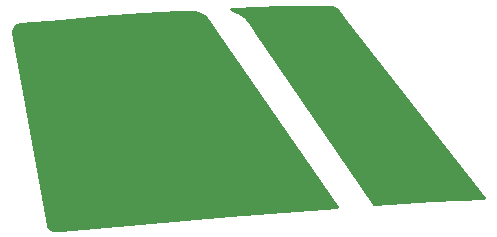
<source format=gbo>
%TF.GenerationSoftware,KiCad,Pcbnew,(5.99.0-8452-g479487ceb1)*%
%TF.CreationDate,2021-02-17T16:52:36+01:00*%
%TF.ProjectId,Hausaufgabe,48617573-6175-4666-9761-62652e6b6963,rev?*%
%TF.SameCoordinates,Original*%
%TF.FileFunction,Legend,Bot*%
%TF.FilePolarity,Positive*%
%FSLAX46Y46*%
G04 Gerber Fmt 4.6, Leading zero omitted, Abs format (unit mm)*
G04 Created by KiCad (PCBNEW (5.99.0-8452-g479487ceb1)) date 2021-02-17 16:52:36*
%MOMM*%
%LPD*%
G01*
G04 APERTURE LIST*
%ADD10C,0.226218*%
G04 APERTURE END LIST*
D10*
X139830000Y-91790000D02*
X129510000Y-76850000D01*
X129510000Y-76850000D02*
X129380000Y-76639413D01*
X129380000Y-76639413D02*
X129223426Y-76409560D01*
X129223426Y-76409560D02*
X129088577Y-76203570D01*
X129088577Y-76203570D02*
X129020631Y-76109232D01*
X129020631Y-76109232D02*
X128952027Y-76020508D01*
X128952027Y-76020508D02*
X128882533Y-75937283D01*
X128882533Y-75937283D02*
X128811917Y-75859439D01*
X128811917Y-75859439D02*
X128739947Y-75786859D01*
X128739947Y-75786859D02*
X128666391Y-75719426D01*
X128666391Y-75719426D02*
X128591016Y-75657023D01*
X128591016Y-75657023D02*
X128513591Y-75599534D01*
X128513591Y-75599534D02*
X128433882Y-75546841D01*
X128433882Y-75546841D02*
X128351659Y-75498827D01*
X128351659Y-75498827D02*
X128266688Y-75455375D01*
X128266688Y-75455375D02*
X128178738Y-75416369D01*
X128178738Y-75416369D02*
X128087577Y-75381691D01*
X128087577Y-75381691D02*
X127992972Y-75351225D01*
X127992972Y-75351225D02*
X127894691Y-75324853D01*
X127894691Y-75324853D02*
X127792501Y-75302458D01*
X127792501Y-75302458D02*
X127686172Y-75283924D01*
X127686172Y-75283924D02*
X127575470Y-75269134D01*
X127575470Y-75269134D02*
X127460163Y-75257970D01*
X127460163Y-75257970D02*
X127340020Y-75250315D01*
X127340020Y-75250315D02*
X127084294Y-75245068D01*
X127084294Y-75245068D02*
X126806435Y-75252455D01*
X126806435Y-75252455D02*
X126504585Y-75271541D01*
X126504585Y-75271541D02*
X123350000Y-75460000D01*
X123350000Y-75460000D02*
X119800000Y-75730000D01*
X119800000Y-75730000D02*
X116447429Y-76003363D01*
X116447429Y-76003363D02*
X113035458Y-76317779D01*
X113035458Y-76317779D02*
X112981591Y-76329413D01*
X112981591Y-76329413D02*
X112926604Y-76343954D01*
X112926604Y-76343954D02*
X112871211Y-76361841D01*
X112871211Y-76361841D02*
X112816122Y-76383511D01*
X112816122Y-76383511D02*
X112762052Y-76409400D01*
X112762052Y-76409400D02*
X112735622Y-76424064D01*
X112735622Y-76424064D02*
X112709714Y-76439947D01*
X112709714Y-76439947D02*
X112684416Y-76457104D01*
X112684416Y-76457104D02*
X112659818Y-76475589D01*
X112659818Y-76475589D02*
X112636010Y-76495456D01*
X112636010Y-76495456D02*
X112613079Y-76516762D01*
X112613079Y-76516762D02*
X112591116Y-76539560D01*
X112591116Y-76539560D02*
X112570209Y-76563905D01*
X112570209Y-76563905D02*
X112550447Y-76589851D01*
X112550447Y-76589851D02*
X112531920Y-76617454D01*
X112531920Y-76617454D02*
X112514717Y-76646768D01*
X112514717Y-76646768D02*
X112498926Y-76677847D01*
X112498926Y-76677847D02*
X112484637Y-76710747D01*
X112484637Y-76710747D02*
X112471939Y-76745522D01*
X112471939Y-76745522D02*
X112460920Y-76782226D01*
X112460920Y-76782226D02*
X112451671Y-76820915D01*
X112451671Y-76820915D02*
X112444279Y-76861642D01*
X112444279Y-76861642D02*
X112438835Y-76904464D01*
X112438835Y-76904464D02*
X112435427Y-76949433D01*
X112435427Y-76949433D02*
X112434145Y-76996606D01*
X112434145Y-76996606D02*
X112456991Y-77042622D01*
X112456991Y-77042622D02*
X113230000Y-81630000D01*
X113230000Y-81630000D02*
X114500000Y-88700000D01*
X114500000Y-88700000D02*
X115340000Y-93330000D01*
X115340000Y-93330000D02*
X115370000Y-93400000D01*
X115370000Y-93400000D02*
X115405377Y-93462733D01*
X115405377Y-93462733D02*
X115431838Y-93497431D01*
X115431838Y-93497431D02*
X115459779Y-93529016D01*
X115459779Y-93529016D02*
X115489120Y-93557618D01*
X115489120Y-93557618D02*
X115519784Y-93583365D01*
X115519784Y-93583365D02*
X115551693Y-93606387D01*
X115551693Y-93606387D02*
X115584767Y-93626815D01*
X115584767Y-93626815D02*
X115618930Y-93644777D01*
X115618930Y-93644777D02*
X115654101Y-93660404D01*
X115654101Y-93660404D02*
X115690203Y-93673824D01*
X115690203Y-93673824D02*
X115727158Y-93685167D01*
X115727158Y-93685167D02*
X115764888Y-93700000D01*
X115764888Y-93700000D02*
X115803313Y-93710000D01*
X115803313Y-93710000D02*
X115860000Y-93720000D01*
X115860000Y-93720000D02*
X115940000Y-93730000D01*
X115940000Y-93730000D02*
X116020000Y-93740000D01*
X116020000Y-93740000D02*
X116200000Y-93740000D01*
X116200000Y-93740000D02*
X116330000Y-93740000D01*
X116330000Y-93740000D02*
X116470000Y-93740000D01*
X116470000Y-93740000D02*
X130790000Y-92500000D01*
X130790000Y-92500000D02*
X139830000Y-91790000D01*
G36*
X127340020Y-75250315D02*
G01*
X127460163Y-75257970D01*
X127575470Y-75269134D01*
X127686172Y-75283924D01*
X127792501Y-75302458D01*
X127894691Y-75324853D01*
X127992972Y-75351225D01*
X128087577Y-75381691D01*
X128178738Y-75416369D01*
X128266688Y-75455375D01*
X128351659Y-75498827D01*
X128433882Y-75546841D01*
X128513591Y-75599534D01*
X128591016Y-75657023D01*
X128666391Y-75719426D01*
X128739947Y-75786859D01*
X128811917Y-75859439D01*
X128882533Y-75937283D01*
X128952027Y-76020508D01*
X129020631Y-76109232D01*
X129088577Y-76203570D01*
X129223426Y-76409560D01*
X129380000Y-76639413D01*
X129510000Y-76850000D01*
X139830000Y-91790000D01*
X130790000Y-92500000D01*
X116470000Y-93740000D01*
X116020000Y-93740000D01*
X115860000Y-93720000D01*
X115803313Y-93710000D01*
X115764888Y-93700000D01*
X115727158Y-93685167D01*
X115690203Y-93673824D01*
X115654101Y-93660404D01*
X115618930Y-93644777D01*
X115584767Y-93626815D01*
X115551693Y-93606387D01*
X115519784Y-93583365D01*
X115489120Y-93557618D01*
X115459779Y-93529016D01*
X115431838Y-93497431D01*
X115405377Y-93462733D01*
X115370000Y-93400000D01*
X115340000Y-93330000D01*
X114500000Y-88700000D01*
X113230000Y-81630000D01*
X112456991Y-77042622D01*
X112434145Y-76996606D01*
X112435427Y-76949433D01*
X112438835Y-76904464D01*
X112444279Y-76861642D01*
X112451671Y-76820915D01*
X112460920Y-76782226D01*
X112471939Y-76745522D01*
X112484637Y-76710747D01*
X112498926Y-76677847D01*
X112514717Y-76646768D01*
X112531920Y-76617454D01*
X112550447Y-76589851D01*
X112570209Y-76563905D01*
X112591116Y-76539560D01*
X112613079Y-76516762D01*
X112636010Y-76495456D01*
X112659818Y-76475589D01*
X112684416Y-76457104D01*
X112709714Y-76439947D01*
X112735622Y-76424064D01*
X112762052Y-76409400D01*
X112816122Y-76383511D01*
X112871211Y-76361841D01*
X112926604Y-76343954D01*
X112981591Y-76329413D01*
X113035458Y-76317779D01*
X116447429Y-76003363D01*
X119800000Y-75730000D01*
X123350000Y-75460000D01*
X126504585Y-75271541D01*
X126806435Y-75252455D01*
X127084294Y-75245068D01*
X127340020Y-75250315D01*
G37*
X127340020Y-75250315D02*
X127460163Y-75257970D01*
X127575470Y-75269134D01*
X127686172Y-75283924D01*
X127792501Y-75302458D01*
X127894691Y-75324853D01*
X127992972Y-75351225D01*
X128087577Y-75381691D01*
X128178738Y-75416369D01*
X128266688Y-75455375D01*
X128351659Y-75498827D01*
X128433882Y-75546841D01*
X128513591Y-75599534D01*
X128591016Y-75657023D01*
X128666391Y-75719426D01*
X128739947Y-75786859D01*
X128811917Y-75859439D01*
X128882533Y-75937283D01*
X128952027Y-76020508D01*
X129020631Y-76109232D01*
X129088577Y-76203570D01*
X129223426Y-76409560D01*
X129380000Y-76639413D01*
X129510000Y-76850000D01*
X139830000Y-91790000D01*
X130790000Y-92500000D01*
X116470000Y-93740000D01*
X116020000Y-93740000D01*
X115860000Y-93720000D01*
X115803313Y-93710000D01*
X115764888Y-93700000D01*
X115727158Y-93685167D01*
X115690203Y-93673824D01*
X115654101Y-93660404D01*
X115618930Y-93644777D01*
X115584767Y-93626815D01*
X115551693Y-93606387D01*
X115519784Y-93583365D01*
X115489120Y-93557618D01*
X115459779Y-93529016D01*
X115431838Y-93497431D01*
X115405377Y-93462733D01*
X115370000Y-93400000D01*
X115340000Y-93330000D01*
X114500000Y-88700000D01*
X113230000Y-81630000D01*
X112456991Y-77042622D01*
X112434145Y-76996606D01*
X112435427Y-76949433D01*
X112438835Y-76904464D01*
X112444279Y-76861642D01*
X112451671Y-76820915D01*
X112460920Y-76782226D01*
X112471939Y-76745522D01*
X112484637Y-76710747D01*
X112498926Y-76677847D01*
X112514717Y-76646768D01*
X112531920Y-76617454D01*
X112550447Y-76589851D01*
X112570209Y-76563905D01*
X112591116Y-76539560D01*
X112613079Y-76516762D01*
X112636010Y-76495456D01*
X112659818Y-76475589D01*
X112684416Y-76457104D01*
X112709714Y-76439947D01*
X112735622Y-76424064D01*
X112762052Y-76409400D01*
X112816122Y-76383511D01*
X112871211Y-76361841D01*
X112926604Y-76343954D01*
X112981591Y-76329413D01*
X113035458Y-76317779D01*
X116447429Y-76003363D01*
X119800000Y-75730000D01*
X123350000Y-75460000D01*
X126504585Y-75271541D01*
X126806435Y-75252455D01*
X127084294Y-75245068D01*
X127340020Y-75250315D01*
X152300000Y-90990000D02*
X140590000Y-76090000D01*
X140590000Y-76090000D02*
X140480000Y-75950000D01*
X140480000Y-75950000D02*
X140360000Y-75780000D01*
X140360000Y-75780000D02*
X140190000Y-75540000D01*
X140190000Y-75540000D02*
X140110000Y-75420000D01*
X140110000Y-75420000D02*
X140020000Y-75300000D01*
X140020000Y-75300000D02*
X139970000Y-75230000D01*
X139970000Y-75230000D02*
X139924886Y-75180000D01*
X139924886Y-75180000D02*
X139884800Y-75140000D01*
X139884800Y-75140000D02*
X139842529Y-75102999D01*
X139842529Y-75102999D02*
X139797720Y-75064651D01*
X139797720Y-75064651D02*
X139750020Y-75028966D01*
X139750020Y-75028966D02*
X139699079Y-74995976D01*
X139699079Y-74995976D02*
X139644542Y-74965712D01*
X139644542Y-74965712D02*
X139586058Y-74938204D01*
X139586058Y-74938204D02*
X139523274Y-74913483D01*
X139523274Y-74913483D02*
X139455837Y-74891580D01*
X139455837Y-74891580D02*
X139383396Y-74872525D01*
X139383396Y-74872525D02*
X139305598Y-74856349D01*
X139305598Y-74856349D02*
X139222090Y-74843083D01*
X139222090Y-74843083D02*
X139132521Y-74832757D01*
X139132521Y-74832757D02*
X139036537Y-74825403D01*
X139036537Y-74825403D02*
X138930000Y-74820000D01*
X138930000Y-74820000D02*
X137500000Y-74820000D01*
X137500000Y-74820000D02*
X135400000Y-74870000D01*
X135400000Y-74870000D02*
X132630000Y-74960000D01*
X132630000Y-74960000D02*
X131430000Y-75020000D01*
X131430000Y-75020000D02*
X130860000Y-75040000D01*
X130860000Y-75040000D02*
X131030000Y-75100000D01*
X131030000Y-75100000D02*
X131180000Y-75160000D01*
X131180000Y-75160000D02*
X131290000Y-75210000D01*
X131290000Y-75210000D02*
X131410000Y-75270000D01*
X131410000Y-75270000D02*
X131500000Y-75310000D01*
X131500000Y-75310000D02*
X131620000Y-75370000D01*
X131620000Y-75370000D02*
X131690000Y-75410000D01*
X131690000Y-75410000D02*
X131780000Y-75470000D01*
X131780000Y-75470000D02*
X131870000Y-75530000D01*
X131870000Y-75530000D02*
X131950000Y-75590000D01*
X131950000Y-75590000D02*
X132020000Y-75650000D01*
X132020000Y-75650000D02*
X132120000Y-75750000D01*
X132120000Y-75750000D02*
X132250000Y-75900000D01*
X132250000Y-75900000D02*
X132370000Y-76040000D01*
X132370000Y-76040000D02*
X132510000Y-76230000D01*
X132510000Y-76230000D02*
X132628340Y-76410000D01*
X132628340Y-76410000D02*
X132740000Y-76580000D01*
X132740000Y-76580000D02*
X132991997Y-76973996D01*
X132991997Y-76973996D02*
X142950000Y-91550000D01*
X142950000Y-91550000D02*
X148000000Y-91220000D01*
X148000000Y-91220000D02*
X152300000Y-90990000D01*
G36*
X139036537Y-74825403D02*
G01*
X139132521Y-74832757D01*
X139222090Y-74843083D01*
X139305598Y-74856349D01*
X139383396Y-74872525D01*
X139455837Y-74891580D01*
X139523274Y-74913483D01*
X139586058Y-74938204D01*
X139644542Y-74965712D01*
X139699079Y-74995976D01*
X139750020Y-75028966D01*
X139797720Y-75064651D01*
X139842529Y-75102999D01*
X139884800Y-75140000D01*
X139924886Y-75180000D01*
X139970000Y-75230000D01*
X140020000Y-75300000D01*
X140110000Y-75420000D01*
X140190000Y-75540000D01*
X140360000Y-75780000D01*
X140480000Y-75950000D01*
X140590000Y-76090000D01*
X152300000Y-90990000D01*
X148000000Y-91220000D01*
X142950000Y-91550000D01*
X132991997Y-76973996D01*
X132740000Y-76580000D01*
X132628340Y-76410000D01*
X132510000Y-76230000D01*
X132370000Y-76040000D01*
X132250000Y-75900000D01*
X132120000Y-75750000D01*
X132020000Y-75650000D01*
X131950000Y-75590000D01*
X131870000Y-75530000D01*
X131690000Y-75410000D01*
X131620000Y-75370000D01*
X131500000Y-75310000D01*
X131410000Y-75270000D01*
X131290000Y-75210000D01*
X131180000Y-75160000D01*
X131030000Y-75100000D01*
X130860000Y-75040000D01*
X131430000Y-75020000D01*
X132630000Y-74960000D01*
X135400000Y-74870000D01*
X137500000Y-74820000D01*
X138930000Y-74820000D01*
X139036537Y-74825403D01*
G37*
X139036537Y-74825403D02*
X139132521Y-74832757D01*
X139222090Y-74843083D01*
X139305598Y-74856349D01*
X139383396Y-74872525D01*
X139455837Y-74891580D01*
X139523274Y-74913483D01*
X139586058Y-74938204D01*
X139644542Y-74965712D01*
X139699079Y-74995976D01*
X139750020Y-75028966D01*
X139797720Y-75064651D01*
X139842529Y-75102999D01*
X139884800Y-75140000D01*
X139924886Y-75180000D01*
X139970000Y-75230000D01*
X140020000Y-75300000D01*
X140110000Y-75420000D01*
X140190000Y-75540000D01*
X140360000Y-75780000D01*
X140480000Y-75950000D01*
X140590000Y-76090000D01*
X152300000Y-90990000D01*
X148000000Y-91220000D01*
X142950000Y-91550000D01*
X132991997Y-76973996D01*
X132740000Y-76580000D01*
X132628340Y-76410000D01*
X132510000Y-76230000D01*
X132370000Y-76040000D01*
X132250000Y-75900000D01*
X132120000Y-75750000D01*
X132020000Y-75650000D01*
X131950000Y-75590000D01*
X131870000Y-75530000D01*
X131690000Y-75410000D01*
X131620000Y-75370000D01*
X131500000Y-75310000D01*
X131410000Y-75270000D01*
X131290000Y-75210000D01*
X131180000Y-75160000D01*
X131030000Y-75100000D01*
X130860000Y-75040000D01*
X131430000Y-75020000D01*
X132630000Y-74960000D01*
X135400000Y-74870000D01*
X137500000Y-74820000D01*
X138930000Y-74820000D01*
X139036537Y-74825403D01*
M02*

</source>
